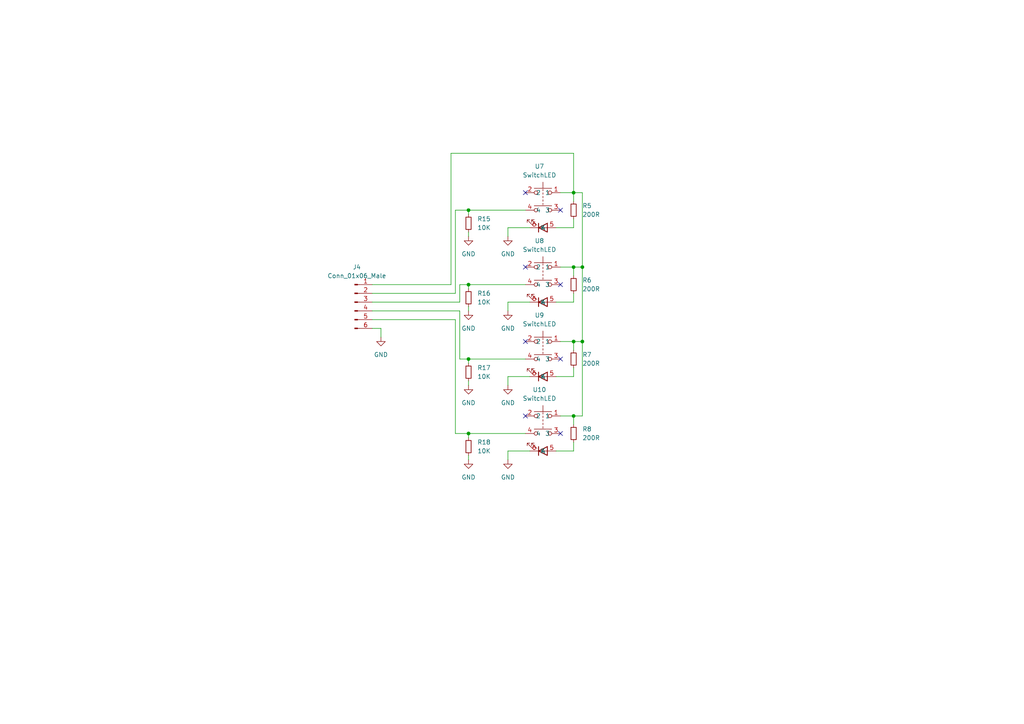
<source format=kicad_sch>
(kicad_sch (version 20211123) (generator eeschema)
  (paper "A4")
  (lib_symbols
    (symbol "Connector:Conn_01x06_Male" (pin_names (offset 1.016) hide)
      (property "Reference" "J" (at 0 7.62 0))
      (property "Value" "Conn_01x06_Male" (at 0 -10.16 0))
      (symbol "Conn_01x06_Male_1_1"
        (polyline (pts (xy 1.27 -7.62) (xy 0.8636 -7.62)) (stroke (width 0.1524)))
        (polyline (pts (xy 1.27 -5.08) (xy 0.8636 -5.08)) (stroke (width 0.1524)))
        (polyline (pts (xy 1.27 -2.54) (xy 0.8636 -2.54)) (stroke (width 0.1524)))
        (polyline (pts (xy 1.27 0) (xy 0.8636 0)) (stroke (width 0.1524)))
        (polyline (pts (xy 1.27 2.54) (xy 0.8636 2.54)) (stroke (width 0.1524)))
        (polyline (pts (xy 1.27 5.08) (xy 0.8636 5.08)) (stroke (width 0.1524)))
        (rectangle (start 0.8636 -7.493) (end 0 -7.747) (stroke (width 0.1524)) (fill (type outline)))
        (rectangle (start 0.8636 -4.953) (end 0 -5.207) (stroke (width 0.1524)) (fill (type outline)))
        (rectangle (start 0.8636 -2.413) (end 0 -2.667) (stroke (width 0.1524)) (fill (type outline)))
        (rectangle (start 0.8636 0.127) (end 0 -0.127) (stroke (width 0.1524)) (fill (type outline)))
        (rectangle (start 0.8636 2.667) (end 0 2.413) (stroke (width 0.1524)) (fill (type outline)))
        (rectangle (start 0.8636 5.207) (end 0 4.953) (stroke (width 0.1524)) (fill (type outline)))
        (pin passive line (at 5.08 5.08 180) (length 3.81) (name "Pin_1") (number "1"))
        (pin passive line (at 5.08 2.54 180) (length 3.81) (name "Pin_2") (number "2"))
        (pin passive line (at 5.08 0 180) (length 3.81) (name "Pin_3") (number "3"))
        (pin passive line (at 5.08 -2.54 180) (length 3.81) (name "Pin_4") (number "4"))
        (pin passive line (at 5.08 -5.08 180) (length 3.81) (name "Pin_5") (number "5"))
        (pin passive line (at 5.08 -7.62 180) (length 3.81) (name "Pin_6") (number "6"))
      )
    )
    (symbol "Device:R_Small" (pin_numbers hide) (pin_names (offset 0.254) hide)
      (property "Reference" "R" (at 0.762 0.508 0))
      (property "Value" "R_Small" (at 0.762 -1.016 0))
      (symbol "R_Small_0_1"
        (rectangle (start -0.762 1.778) (end 0.762 -1.778) (stroke (width 0.2032)))
      )
      (symbol "R_Small_1_1"
        (pin passive line (at 0 2.54 270) (length 0.762) (name "~") (number "1"))
        (pin passive line (at 0 -2.54 90) (length 0.762) (name "~") (number "2"))
      )
    )
    (symbol "power:GND" (power) (pin_names (offset 0))
      (property "Value" "GND" (at 0 -3.81 0))
      (symbol "GND_0_1"
        (polyline (pts (xy 0 0) (xy 0 -1.27) (xy 1.27 -1.27) (xy 0 -2.54) (xy -1.27 -1.27) (xy 0 -1.27)))
      )
      (symbol "GND_1_1"
        (pin power_in line (at 0 0 270) (length 0) hide (name "GND") (number "1"))
      )
    )
    (symbol "swtichled:SwitchLED"
      (property "Reference" "U" (at 0 2.54 0))
      (property "Value" "SwitchLED" (at 0 0 0))
      (symbol "SwitchLED_0_1"
        (circle (center -2.032 -10.16) (radius 0.508))
        (circle (center -2.032 -5.08) (radius 0.508))
        (polyline (pts (xy 0 -8.128) (xy 0 -8.636)))
        (polyline (pts (xy 0 -7.112) (xy 0 -7.62)))
        (polyline (pts (xy 0 -6.604) (xy 0 -6.096)))
        (polyline (pts (xy 0 -5.588) (xy 0 -5.08)))
        (polyline (pts (xy 0 -4.572) (xy 0 -4.064)))
        (polyline (pts (xy 0 -3.81) (xy 0 -2.032)))
        (polyline (pts (xy 1.27 -15.24) (xy -1.27 -15.24)))
        (polyline (pts (xy 1.27 -13.97) (xy 1.27 -16.51)) (stroke (width 0.254)))
        (polyline (pts (xy 2.54 -8.89) (xy -2.54 -8.89)))
        (polyline (pts (xy 2.54 -3.81) (xy -2.54 -3.81)))
        (polyline (pts (xy -1.27 -13.97) (xy -1.27 -16.51) (xy 1.27 -15.24) (xy -1.27 -13.97)) (stroke (width 0.254)))
        (polyline (pts (xy 1.778 -14.478) (xy 3.302 -12.954) (xy 2.54 -12.954) (xy 3.302 -12.954) (xy 3.302 -13.716)))
        (polyline (pts (xy 3.048 -14.478) (xy 4.572 -12.954) (xy 3.81 -12.954) (xy 4.572 -12.954) (xy 4.572 -13.716)))
        (circle (center 2.032 -10.16) (radius 0.508))
        (circle (center 2.032 -5.08) (radius 0.508))
        (pin passive line (at -5.08 -5.08 0) (length 2.54) (name "1") (number "1"))
        (pin passive line (at 5.08 -5.08 180) (length 2.54) (name "2") (number "2"))
        (pin passive line (at -5.08 -10.16 0) (length 2.54) (name "3") (number "3"))
        (pin passive line (at 5.08 -10.16 180) (length 2.54) (name "4") (number "4"))
      )
      (symbol "SwitchLED_1_1"
        (pin passive line (at -3.81 -15.24 0) (length 2.54) (name "A") (number "5"))
        (pin passive line (at 3.81 -15.24 180) (length 2.54) (name "K") (number "6"))
      )
    )
  )
  (junction (at 166.37 120.65))
  (junction (at 135.89 125.73))
  (junction (at 166.37 77.47))
  (junction (at 135.89 82.55))
  (junction (at 166.37 55.88))
  (junction (at 168.91 99.06))
  (junction (at 135.89 60.96))
  (junction (at 168.91 77.47))
  (junction (at 135.89 104.14))
  (junction (at 166.37 99.06))
  (no_connect (at 152.4 55.88))
  (no_connect (at 162.56 60.96))
  (no_connect (at 152.4 120.65))
  (no_connect (at 152.4 99.06))
  (no_connect (at 152.4 77.47))
  (no_connect (at 162.56 104.14))
  (no_connect (at 162.56 82.55))
  (no_connect (at 162.56 125.73))
  (wire (pts (xy 166.37 99.06) (xy 166.37 101.6)))
  (wire (pts (xy 166.37 55.88) (xy 166.37 58.42)))
  (wire (pts (xy 152.4 60.96) (xy 135.89 60.96)))
  (wire (pts (xy 135.89 82.55) (xy 152.4 82.55)))
  (wire (pts (xy 166.37 120.65) (xy 166.37 123.19)))
  (wire (pts (xy 153.67 130.81) (xy 147.32 130.81)))
  (wire (pts (xy 166.37 44.45) (xy 166.37 55.88)))
  (wire (pts (xy 166.37 87.63) (xy 161.29 87.63)))
  (wire (pts (xy 168.91 99.06) (xy 168.91 120.65)))
  (wire (pts (xy 147.32 130.81) (xy 147.32 133.35)))
  (wire (pts (xy 162.56 77.47) (xy 166.37 77.47)))
  (wire (pts (xy 153.67 87.63) (xy 147.32 87.63)))
  (wire (pts (xy 135.89 127) (xy 135.89 125.73)))
  (wire (pts (xy 166.37 55.88) (xy 162.56 55.88)))
  (wire (pts (xy 107.95 92.71) (xy 132.08 92.71)))
  (wire (pts (xy 166.37 63.5) (xy 166.37 66.04)))
  (wire (pts (xy 166.37 66.04) (xy 161.29 66.04)))
  (wire (pts (xy 147.32 66.04) (xy 147.32 68.58)))
  (wire (pts (xy 130.81 44.45) (xy 166.37 44.45)))
  (wire (pts (xy 133.35 104.14) (xy 135.89 104.14)))
  (wire (pts (xy 135.89 125.73) (xy 152.4 125.73)))
  (wire (pts (xy 132.08 85.09) (xy 132.08 60.96)))
  (wire (pts (xy 135.89 67.31) (xy 135.89 68.58)))
  (wire (pts (xy 166.37 77.47) (xy 166.37 80.01)))
  (wire (pts (xy 135.89 104.14) (xy 152.4 104.14)))
  (wire (pts (xy 162.56 99.06) (xy 166.37 99.06)))
  (wire (pts (xy 110.49 95.25) (xy 110.49 97.79)))
  (wire (pts (xy 153.67 109.22) (xy 147.32 109.22)))
  (wire (pts (xy 135.89 62.23) (xy 135.89 60.96)))
  (wire (pts (xy 132.08 60.96) (xy 135.89 60.96)))
  (wire (pts (xy 166.37 55.88) (xy 168.91 55.88)))
  (wire (pts (xy 147.32 87.63) (xy 147.32 90.17)))
  (wire (pts (xy 132.08 92.71) (xy 132.08 125.73)))
  (wire (pts (xy 107.95 95.25) (xy 110.49 95.25)))
  (wire (pts (xy 166.37 120.65) (xy 168.91 120.65)))
  (wire (pts (xy 147.32 109.22) (xy 147.32 111.76)))
  (wire (pts (xy 107.95 82.55) (xy 130.81 82.55)))
  (wire (pts (xy 133.35 82.55) (xy 135.89 82.55)))
  (wire (pts (xy 166.37 85.09) (xy 166.37 87.63)))
  (wire (pts (xy 168.91 77.47) (xy 168.91 99.06)))
  (wire (pts (xy 135.89 132.08) (xy 135.89 133.35)))
  (wire (pts (xy 166.37 109.22) (xy 161.29 109.22)))
  (wire (pts (xy 135.89 83.82) (xy 135.89 82.55)))
  (wire (pts (xy 135.89 88.9) (xy 135.89 90.17)))
  (wire (pts (xy 168.91 77.47) (xy 166.37 77.47)))
  (wire (pts (xy 166.37 128.27) (xy 166.37 130.81)))
  (wire (pts (xy 166.37 99.06) (xy 168.91 99.06)))
  (wire (pts (xy 166.37 106.68) (xy 166.37 109.22)))
  (wire (pts (xy 135.89 110.49) (xy 135.89 111.76)))
  (wire (pts (xy 162.56 120.65) (xy 166.37 120.65)))
  (wire (pts (xy 130.81 82.55) (xy 130.81 44.45)))
  (wire (pts (xy 132.08 125.73) (xy 135.89 125.73)))
  (wire (pts (xy 133.35 90.17) (xy 133.35 104.14)))
  (wire (pts (xy 107.95 87.63) (xy 133.35 87.63)))
  (wire (pts (xy 168.91 55.88) (xy 168.91 77.47)))
  (wire (pts (xy 107.95 90.17) (xy 133.35 90.17)))
  (wire (pts (xy 135.89 105.41) (xy 135.89 104.14)))
  (wire (pts (xy 166.37 130.81) (xy 161.29 130.81)))
  (wire (pts (xy 107.95 85.09) (xy 132.08 85.09)))
  (wire (pts (xy 133.35 87.63) (xy 133.35 82.55)))
  (wire (pts (xy 153.67 66.04) (xy 147.32 66.04)))
  (symbol (lib_id "swtichled:SwitchLED") (at 157.48 72.39 0) (mirror y) (unit 1)
    (property "Reference" "U8" (at 156.464 69.85 0))
    (property "Value" "SwitchLED" (at 156.464 72.39 0))
    (property "Footprint" "Library:SwitchLED" (effects hide))
  )
  (symbol (lib_id "power:GND") (at 147.32 111.76 0) (mirror y) (unit 1)
    (property "Reference" "#PWR0120" (effects hide))
    (property "Value" "GND" (at 147.32 116.84 0))
  )
  (symbol (lib_id "Device:R_Small") (at 166.37 60.96 180) (unit 1)
    (property "Reference" "R5" (at 168.91 59.69 0) (effects (justify right)))
    (property "Value" "200R" (at 168.91 62.2299 0) (effects (justify right)))
    (property "Footprint" "Resistor_SMD:R_0402_1005Metric" (effects hide))
  )
  (symbol (lib_id "power:GND") (at 147.32 133.35 0) (mirror y) (unit 1)
    (property "Reference" "#PWR0116" (effects hide))
    (property "Value" "GND" (at 147.32 138.43 0))
  )
  (symbol (lib_id "Device:R_Small") (at 166.37 104.14 180) (unit 1)
    (property "Reference" "R7" (at 168.91 102.87 0) (effects (justify right)))
    (property "Value" "200R" (at 168.91 105.4099 0) (effects (justify right)))
    (property "Footprint" "Resistor_SMD:R_0402_1005Metric" (effects hide))
  )
  (symbol (lib_id "Device:R_Small") (at 135.89 107.95 180) (unit 1)
    (property "Reference" "R17" (at 138.43 106.68 0) (effects (justify right)))
    (property "Value" "10K" (at 138.43 109.2199 0) (effects (justify right)))
    (property "Footprint" "Resistor_SMD:R_0402_1005Metric" (effects hide))
  )
  (symbol (lib_id "Device:R_Small") (at 135.89 129.54 180) (unit 1)
    (property "Reference" "R18" (at 138.43 128.27 0) (effects (justify right)))
    (property "Value" "10K" (at 138.43 130.8099 0) (effects (justify right)))
    (property "Footprint" "Resistor_SMD:R_0402_1005Metric" (effects hide))
  )
  (symbol (lib_id "power:GND") (at 135.89 133.35 0) (unit 1)
    (property "Reference" "#PWR0133" (effects hide))
    (property "Value" "GND" (at 135.89 138.43 0))
  )
  (symbol (lib_id "Connector:Conn_01x06_Male") (at 102.87 87.63 0) (unit 1)
    (property "Reference" "J4" (at 103.505 77.47 0))
    (property "Value" "Conn_01x06_Male" (at 103.505 80.01 0))
    (property "Footprint" "Connector_PinHeader_2.54mm:PinHeader_1x06_P2.54mm_Vertical" (effects hide))
  )
  (symbol (lib_id "swtichled:SwitchLED") (at 157.48 93.98 0) (mirror y) (unit 1)
    (property "Reference" "U9" (at 156.464 91.44 0))
    (property "Value" "SwitchLED" (at 156.464 93.98 0))
    (property "Footprint" "Library:SwitchLED" (effects hide))
  )
  (symbol (lib_id "Device:R_Small") (at 135.89 86.36 180) (unit 1)
    (property "Reference" "R16" (at 138.43 85.09 0) (effects (justify right)))
    (property "Value" "10K" (at 138.43 87.6299 0) (effects (justify right)))
    (property "Footprint" "Resistor_SMD:R_0402_1005Metric" (effects hide))
  )
  (symbol (lib_id "power:GND") (at 135.89 90.17 0) (unit 1)
    (property "Reference" "#PWR0132" (effects hide))
    (property "Value" "GND" (at 135.89 95.25 0))
  )
  (symbol (lib_id "swtichled:SwitchLED") (at 157.48 50.8 0) (mirror y) (unit 1)
    (property "Reference" "U7" (at 156.464 48.26 0))
    (property "Value" "SwitchLED" (at 156.464 50.8 0))
    (property "Footprint" "Library:SwitchLED" (effects hide))
  )
  (symbol (lib_id "power:GND") (at 135.89 68.58 0) (unit 1)
    (property "Reference" "#PWR0130" (effects hide))
    (property "Value" "GND" (at 135.89 73.66 0))
  )
  (symbol (lib_id "Device:R_Small") (at 135.89 64.77 180) (unit 1)
    (property "Reference" "R15" (at 138.43 63.5 0) (effects (justify right)))
    (property "Value" "10K" (at 138.43 66.0399 0) (effects (justify right)))
    (property "Footprint" "Resistor_SMD:R_0402_1005Metric" (effects hide))
  )
  (symbol (lib_id "power:GND") (at 135.89 111.76 0) (unit 1)
    (property "Reference" "#PWR0131" (effects hide))
    (property "Value" "GND" (at 135.89 116.84 0))
  )
  (symbol (lib_id "power:GND") (at 147.32 90.17 0) (mirror y) (unit 1)
    (property "Reference" "#PWR0105" (effects hide))
    (property "Value" "GND" (at 147.32 95.25 0))
  )
  (symbol (lib_id "swtichled:SwitchLED") (at 157.48 115.57 0) (mirror y) (unit 1)
    (property "Reference" "U10" (at 156.464 113.03 0))
    (property "Value" "SwitchLED" (at 156.464 115.57 0))
    (property "Footprint" "Library:SwitchLED" (effects hide))
  )
  (symbol (lib_id "Device:R_Small") (at 166.37 82.55 180) (unit 1)
    (property "Reference" "R6" (at 168.91 81.28 0) (effects (justify right)))
    (property "Value" "200R" (at 168.91 83.8199 0) (effects (justify right)))
    (property "Footprint" "Resistor_SMD:R_0402_1005Metric" (effects hide))
  )
  (symbol (lib_id "power:GND") (at 147.32 68.58 0) (mirror y) (unit 1)
    (property "Reference" "#PWR0104" (effects hide))
    (property "Value" "GND" (at 147.32 73.66 0))
  )
  (symbol (lib_id "Device:R_Small") (at 166.37 125.73 180) (unit 1)
    (property "Reference" "R8" (at 168.91 124.46 0) (effects (justify right)))
    (property "Value" "200R" (at 168.91 126.9999 0) (effects (justify right)))
    (property "Footprint" "Resistor_SMD:R_0402_1005Metric" (effects hide))
  )
  (symbol (lib_id "power:GND") (at 110.49 97.79 0) (unit 1)
    (property "Reference" "#PWR0106" (effects hide))
    (property "Value" "GND" (at 110.49 102.87 0))
  )
)
</source>
